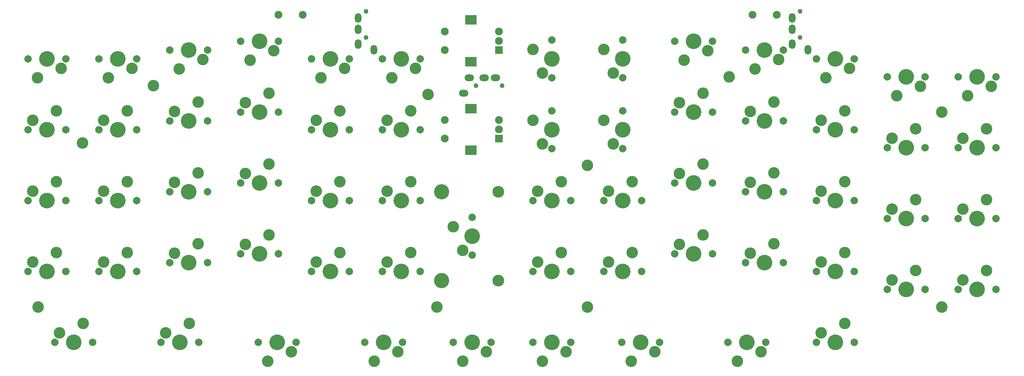
<source format=gbr>
G04 #@! TF.GenerationSoftware,KiCad,Pcbnew,5.1.6-c6e7f7d~87~ubuntu16.04.1*
G04 #@! TF.CreationDate,2020-11-01T04:30:44+09:00*
G04 #@! TF.ProjectId,ninja60,6e696e6a-6136-4302-9e6b-696361645f70,rev?*
G04 #@! TF.SameCoordinates,Original*
G04 #@! TF.FileFunction,Soldermask,Top*
G04 #@! TF.FilePolarity,Negative*
%FSLAX46Y46*%
G04 Gerber Fmt 4.6, Leading zero omitted, Abs format (unit mm)*
G04 Created by KiCad (PCBNEW 5.1.6-c6e7f7d~87~ubuntu16.04.1) date 2020-11-01 04:30:44*
%MOMM*%
%LPD*%
G01*
G04 APERTURE LIST*
%ADD10C,3.100000*%
%ADD11C,4.200000*%
%ADD12C,2.000000*%
%ADD13C,4.087800*%
%ADD14C,3.148000*%
%ADD15O,1.800000X2.600000*%
%ADD16C,1.300000*%
%ADD17O,2.600000X1.800000*%
%ADD18C,2.100000*%
%ADD19R,3.100000X2.600000*%
%ADD20R,2.100000X2.100000*%
G04 APERTURE END LIST*
D10*
X264319860Y-114300480D03*
X321470100Y-123825520D03*
X321470100Y-176213240D03*
X226219700Y-176213240D03*
X226219700Y-138113080D03*
X185738280Y-176213240D03*
X183357020Y-119063000D03*
X78581580Y-176213240D03*
X90487880Y-132159930D03*
X109537960Y-116681740D03*
D11*
X292893750Y-109537500D03*
D12*
X287813750Y-109537500D03*
X297973750Y-109537500D03*
D10*
X296703750Y-112077500D03*
X290353750Y-114617500D03*
X102552500Y-161607500D03*
X96202500Y-164147500D03*
D12*
X94932500Y-166687500D03*
X105092500Y-166687500D03*
D11*
X100012500Y-166687500D03*
X119062500Y-145256250D03*
D12*
X124142500Y-145256250D03*
X113982500Y-145256250D03*
D10*
X115252500Y-142716250D03*
X121602500Y-140176250D03*
X102552500Y-142557500D03*
X96202500Y-145097500D03*
D12*
X94932500Y-147637500D03*
X105092500Y-147637500D03*
D11*
X100012500Y-147637500D03*
D13*
X187007500Y-169100500D03*
X187007500Y-145224500D03*
D14*
X202247500Y-169100500D03*
X202247500Y-145224500D03*
D15*
X168787500Y-107050000D03*
X164587500Y-105550000D03*
X164587500Y-101550000D03*
X164587500Y-98550000D03*
D16*
X166687500Y-103750000D03*
X166687500Y-96750000D03*
D15*
X285469940Y-107050400D03*
X281269940Y-105550400D03*
X281269940Y-101550400D03*
X281269940Y-98550400D03*
D16*
X283369940Y-103750400D03*
X283369940Y-96750400D03*
X203287500Y-116681250D03*
X196287500Y-116681250D03*
D17*
X201487500Y-114581250D03*
X198487500Y-114581250D03*
X194487500Y-114581250D03*
X192987500Y-118781250D03*
D18*
X143197490Y-97631660D03*
X149697490Y-97631660D03*
X277094900Y-97631660D03*
X270594900Y-97631660D03*
D11*
X80962500Y-109537500D03*
D12*
X75882500Y-109537500D03*
X86042500Y-109537500D03*
D10*
X84772500Y-112077500D03*
X78422500Y-114617500D03*
X97472500Y-114617500D03*
X103822500Y-112077500D03*
D12*
X105092500Y-109537500D03*
X94932500Y-109537500D03*
D11*
X100012500Y-109537500D03*
X119062500Y-107156250D03*
D12*
X113982500Y-107156250D03*
X124142500Y-107156250D03*
D10*
X122872500Y-109696250D03*
X116522500Y-112236250D03*
D11*
X138112500Y-104775000D03*
D12*
X133032500Y-104775000D03*
X143192500Y-104775000D03*
D10*
X141922500Y-107315000D03*
X135572500Y-109855000D03*
X154622500Y-114617500D03*
X160972500Y-112077500D03*
D12*
X162242500Y-109537500D03*
X152082500Y-109537500D03*
D11*
X157162500Y-109537500D03*
D10*
X173672500Y-114617500D03*
X180022500Y-112077500D03*
D12*
X181292500Y-109537500D03*
X171132500Y-109537500D03*
D11*
X176212500Y-109537500D03*
D10*
X211614660Y-106997960D03*
X214154660Y-113347960D03*
D12*
X216694660Y-114617960D03*
X216694660Y-104457960D03*
D11*
X216694660Y-109537960D03*
X235743750Y-109537500D03*
D12*
X235743750Y-104457500D03*
X235743750Y-114617500D03*
D10*
X233203750Y-113347500D03*
X230663750Y-106997500D03*
X252253750Y-109855000D03*
X258603750Y-107315000D03*
D12*
X259873750Y-104775000D03*
X249713750Y-104775000D03*
D11*
X254793750Y-104775000D03*
D10*
X271303750Y-112236250D03*
X277653750Y-109696250D03*
D12*
X278923750Y-107156250D03*
X268763750Y-107156250D03*
D11*
X273843750Y-107156250D03*
D10*
X309403750Y-119380000D03*
X315753750Y-116840000D03*
D12*
X317023750Y-114300000D03*
X306863750Y-114300000D03*
D11*
X311943750Y-114300000D03*
X330993750Y-114300000D03*
D12*
X325913750Y-114300000D03*
X336073750Y-114300000D03*
D10*
X334803750Y-116840000D03*
X328453750Y-119380000D03*
D18*
X187906250Y-102156250D03*
X187906250Y-107156250D03*
D19*
X194906250Y-99056250D03*
X194906250Y-110256250D03*
D18*
X202406250Y-102156250D03*
X202406250Y-104656250D03*
D20*
X202406250Y-107156250D03*
D11*
X80962500Y-128587500D03*
D12*
X86042500Y-128587500D03*
X75882500Y-128587500D03*
D10*
X77152500Y-126047500D03*
X83502500Y-123507500D03*
X102552500Y-123507500D03*
X96202500Y-126047500D03*
D12*
X94932500Y-128587500D03*
X105092500Y-128587500D03*
D11*
X100012500Y-128587500D03*
X119062500Y-126206250D03*
D12*
X124142500Y-126206250D03*
X113982500Y-126206250D03*
D10*
X115252500Y-123666250D03*
X121602500Y-121126250D03*
X140652500Y-118745000D03*
X134302500Y-121285000D03*
D12*
X133032500Y-123825000D03*
X143192500Y-123825000D03*
D11*
X138112500Y-123825000D03*
X157162500Y-128587500D03*
D12*
X162242500Y-128587500D03*
X152082500Y-128587500D03*
D10*
X153352500Y-126047500D03*
X159702500Y-123507500D03*
X178752500Y-123507500D03*
X172402500Y-126047500D03*
D12*
X171132500Y-128587500D03*
X181292500Y-128587500D03*
D11*
X176212500Y-128587500D03*
D10*
X211614660Y-126048040D03*
X214154660Y-132398040D03*
D12*
X216694660Y-133668040D03*
X216694660Y-123508040D03*
D11*
X216694660Y-128588040D03*
X235743750Y-128587500D03*
D12*
X235743750Y-123507500D03*
X235743750Y-133667500D03*
D10*
X233203750Y-132397500D03*
X230663750Y-126047500D03*
X257333750Y-118745000D03*
X250983750Y-121285000D03*
D12*
X249713750Y-123825000D03*
X259873750Y-123825000D03*
D11*
X254793750Y-123825000D03*
X273843750Y-126206250D03*
D12*
X278923750Y-126206250D03*
X268763750Y-126206250D03*
D10*
X270033750Y-123666250D03*
X276383750Y-121126250D03*
X295433750Y-123507500D03*
X289083750Y-126047500D03*
D12*
X287813750Y-128587500D03*
X297973750Y-128587500D03*
D11*
X292893750Y-128587500D03*
X311943750Y-133350000D03*
D12*
X317023750Y-133350000D03*
X306863750Y-133350000D03*
D10*
X308133750Y-130810000D03*
X314483750Y-128270000D03*
X333533750Y-128270000D03*
X327183750Y-130810000D03*
D12*
X325913750Y-133350000D03*
X336073750Y-133350000D03*
D11*
X330993750Y-133350000D03*
X80962500Y-147637500D03*
D12*
X86042500Y-147637500D03*
X75882500Y-147637500D03*
D10*
X77152500Y-145097500D03*
X83502500Y-142557500D03*
X140652500Y-137795000D03*
X134302500Y-140335000D03*
D12*
X133032500Y-142875000D03*
X143192500Y-142875000D03*
D11*
X138112500Y-142875000D03*
X157162500Y-147637500D03*
D12*
X162242500Y-147637500D03*
X152082500Y-147637500D03*
D10*
X153352500Y-145097500D03*
X159702500Y-142557500D03*
X178752500Y-142557500D03*
X172402500Y-145097500D03*
D12*
X171132500Y-147637500D03*
X181292500Y-147637500D03*
D11*
X176212500Y-147637500D03*
X195262500Y-157162500D03*
D12*
X195262500Y-152082500D03*
X195262500Y-162242500D03*
D10*
X192722500Y-160972500D03*
X190182500Y-154622500D03*
D11*
X216693750Y-147637500D03*
D12*
X221773750Y-147637500D03*
X211613750Y-147637500D03*
D10*
X212883750Y-145097500D03*
X219233750Y-142557500D03*
X238283750Y-142557500D03*
X231933750Y-145097500D03*
D12*
X230663750Y-147637500D03*
X240823750Y-147637500D03*
D11*
X235743750Y-147637500D03*
X254793750Y-142875000D03*
D12*
X259873750Y-142875000D03*
X249713750Y-142875000D03*
D10*
X250983750Y-140335000D03*
X257333750Y-137795000D03*
X276383750Y-140176250D03*
X270033750Y-142716250D03*
D12*
X268763750Y-145256250D03*
X278923750Y-145256250D03*
D11*
X273843750Y-145256250D03*
X292893750Y-147637500D03*
D12*
X297973750Y-147637500D03*
X287813750Y-147637500D03*
D10*
X289083750Y-145097500D03*
X295433750Y-142557500D03*
D11*
X311943750Y-152400000D03*
D12*
X317023750Y-152400000D03*
X306863750Y-152400000D03*
D10*
X308133750Y-149860000D03*
X314483750Y-147320000D03*
X333533750Y-147320000D03*
X327183750Y-149860000D03*
D12*
X325913750Y-152400000D03*
X336073750Y-152400000D03*
D11*
X330993750Y-152400000D03*
X80962500Y-166687500D03*
D12*
X86042500Y-166687500D03*
X75882500Y-166687500D03*
D10*
X77152500Y-164147500D03*
X83502500Y-161607500D03*
D11*
X119062500Y-164306250D03*
D12*
X124142500Y-164306250D03*
X113982500Y-164306250D03*
D10*
X115252500Y-161766250D03*
X121602500Y-159226250D03*
X140652500Y-156845000D03*
X134302500Y-159385000D03*
D12*
X133032500Y-161925000D03*
X143192500Y-161925000D03*
D11*
X138112500Y-161925000D03*
X157162500Y-166687500D03*
D12*
X162242500Y-166687500D03*
X152082500Y-166687500D03*
D10*
X153352500Y-164147500D03*
X159702500Y-161607500D03*
X178752500Y-161607500D03*
X172402500Y-164147500D03*
D12*
X171132500Y-166687500D03*
X181292500Y-166687500D03*
D11*
X176212500Y-166687500D03*
D10*
X219233750Y-161607500D03*
X212883750Y-164147500D03*
D12*
X211613750Y-166687500D03*
X221773750Y-166687500D03*
D11*
X216693750Y-166687500D03*
X235743750Y-166687500D03*
D12*
X240823750Y-166687500D03*
X230663750Y-166687500D03*
D10*
X231933750Y-164147500D03*
X238283750Y-161607500D03*
X257333750Y-156845000D03*
X250983750Y-159385000D03*
D12*
X249713750Y-161925000D03*
X259873750Y-161925000D03*
D11*
X254793750Y-161925000D03*
X273843750Y-164306250D03*
D12*
X278923750Y-164306250D03*
X268763750Y-164306250D03*
D10*
X270033750Y-161766250D03*
X276383750Y-159226250D03*
X295433750Y-161607500D03*
X289083750Y-164147500D03*
D12*
X287813750Y-166687500D03*
X297973750Y-166687500D03*
D11*
X292893750Y-166687500D03*
X311943750Y-171450000D03*
D12*
X317023750Y-171450000D03*
X306863750Y-171450000D03*
D10*
X308133750Y-168910000D03*
X314483750Y-166370000D03*
X333533750Y-166370000D03*
X327183750Y-168910000D03*
D12*
X325913750Y-171450000D03*
X336073750Y-171450000D03*
D11*
X330993750Y-171450000D03*
X88106250Y-185737500D03*
D12*
X93186250Y-185737500D03*
X83026250Y-185737500D03*
D10*
X84296250Y-183197500D03*
X90646250Y-180657500D03*
X119221250Y-180657500D03*
X112871250Y-183197500D03*
D12*
X111601250Y-185737500D03*
X121761250Y-185737500D03*
D11*
X116681250Y-185737500D03*
X142875000Y-185737500D03*
D12*
X137795000Y-185737500D03*
X147955000Y-185737500D03*
D10*
X146685000Y-188277500D03*
X140335000Y-190817500D03*
X168910000Y-190817500D03*
X175260000Y-188277500D03*
D12*
X176530000Y-185737500D03*
X166370000Y-185737500D03*
D11*
X171450000Y-185737500D03*
D10*
X192722500Y-190817500D03*
X199072500Y-188277500D03*
D12*
X200342500Y-185737500D03*
X190182500Y-185737500D03*
D11*
X195262500Y-185737500D03*
X216693750Y-185737500D03*
D12*
X211613750Y-185737500D03*
X221773750Y-185737500D03*
D10*
X220503750Y-188277500D03*
X214153750Y-190817500D03*
D11*
X240506250Y-185737500D03*
D12*
X235426250Y-185737500D03*
X245586250Y-185737500D03*
D10*
X244316250Y-188277500D03*
X237966250Y-190817500D03*
X266541250Y-190817500D03*
X272891250Y-188277500D03*
D12*
X274161250Y-185737500D03*
X264001250Y-185737500D03*
D11*
X269081250Y-185737500D03*
X292893750Y-185737500D03*
D12*
X297973750Y-185737500D03*
X287813750Y-185737500D03*
D10*
X289083750Y-183197500D03*
X295433750Y-180657500D03*
D18*
X187906250Y-125968750D03*
X187906250Y-130968750D03*
D19*
X194906250Y-122868750D03*
X194906250Y-134068750D03*
D18*
X202406250Y-125968750D03*
X202406250Y-128468750D03*
D20*
X202406250Y-130968750D03*
M02*

</source>
